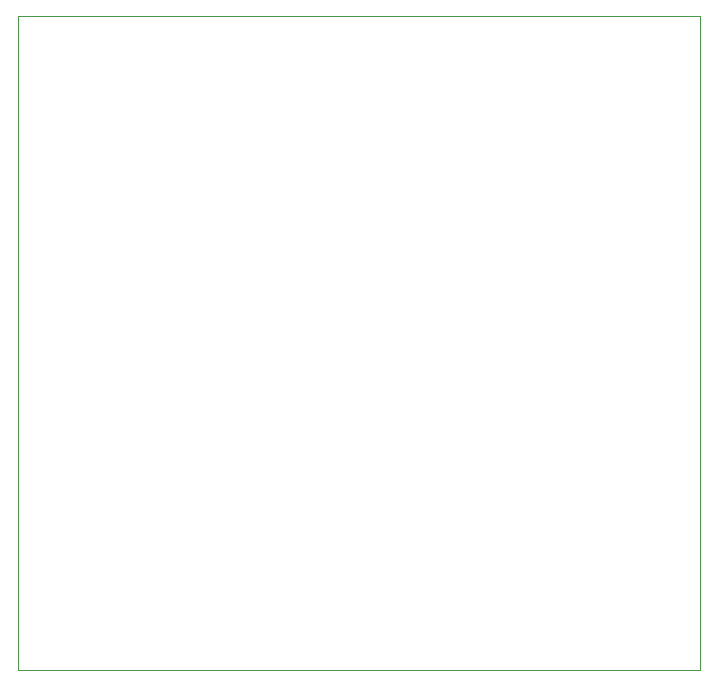
<source format=gbr>
%TF.GenerationSoftware,KiCad,Pcbnew,7.0.8*%
%TF.CreationDate,2023-10-30T20:54:43-05:00*%
%TF.ProjectId,fujinet-adam-devkit-smd,66756a69-6e65-4742-9d61-64616d2d6465,rev?*%
%TF.SameCoordinates,Original*%
%TF.FileFunction,Profile,NP*%
%FSLAX46Y46*%
G04 Gerber Fmt 4.6, Leading zero omitted, Abs format (unit mm)*
G04 Created by KiCad (PCBNEW 7.0.8) date 2023-10-30 20:54:43*
%MOMM*%
%LPD*%
G01*
G04 APERTURE LIST*
%TA.AperFunction,Profile*%
%ADD10C,0.100000*%
%TD*%
G04 APERTURE END LIST*
D10*
X100299000Y-76987400D02*
X158084000Y-76987400D01*
X158084000Y-132334000D01*
X100299000Y-132334000D01*
X100299000Y-76987400D01*
M02*

</source>
